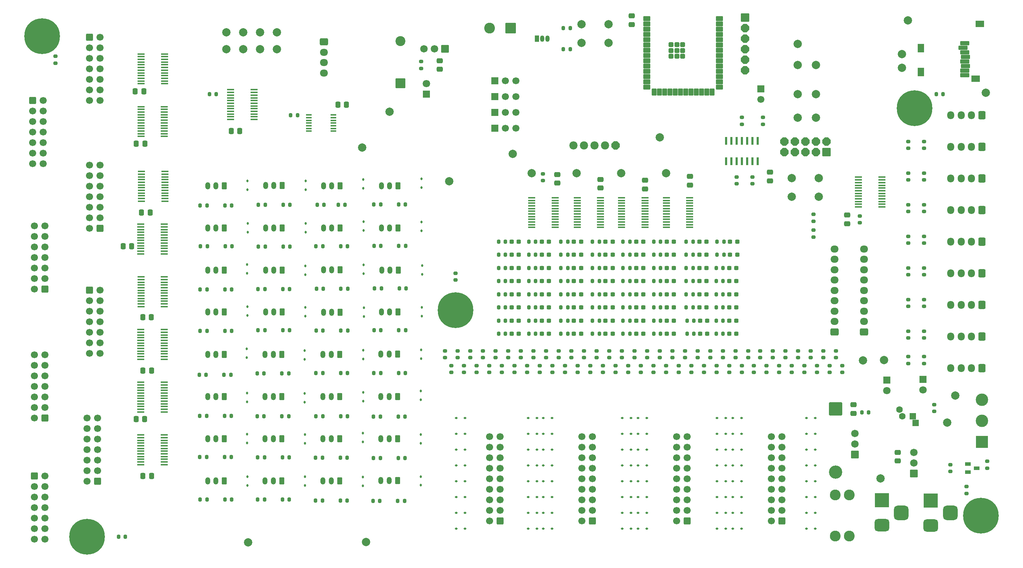
<source format=gbr>
%TF.GenerationSoftware,KiCad,Pcbnew,9.0.3*%
%TF.CreationDate,2025-09-20T15:07:24-06:00*%
%TF.ProjectId,Main Board,4d61696e-2042-46f6-9172-642e6b696361,rev?*%
%TF.SameCoordinates,Original*%
%TF.FileFunction,Soldermask,Top*%
%TF.FilePolarity,Negative*%
%FSLAX46Y46*%
G04 Gerber Fmt 4.6, Leading zero omitted, Abs format (unit mm)*
G04 Created by KiCad (PCBNEW 9.0.3) date 2025-09-20 15:07:24*
%MOMM*%
%LPD*%
G01*
G04 APERTURE LIST*
G04 Aperture macros list*
%AMRoundRect*
0 Rectangle with rounded corners*
0 $1 Rounding radius*
0 $2 $3 $4 $5 $6 $7 $8 $9 X,Y pos of 4 corners*
0 Add a 4 corners polygon primitive as box body*
4,1,4,$2,$3,$4,$5,$6,$7,$8,$9,$2,$3,0*
0 Add four circle primitives for the rounded corners*
1,1,$1+$1,$2,$3*
1,1,$1+$1,$4,$5*
1,1,$1+$1,$6,$7*
1,1,$1+$1,$8,$9*
0 Add four rect primitives between the rounded corners*
20,1,$1+$1,$2,$3,$4,$5,0*
20,1,$1+$1,$4,$5,$6,$7,0*
20,1,$1+$1,$6,$7,$8,$9,0*
20,1,$1+$1,$8,$9,$2,$3,0*%
%AMFreePoly0*
4,1,25,0.427955,0.971196,0.440078,0.960842,0.960842,0.440078,0.989349,0.384130,0.990600,0.368236,0.990600,-0.368236,0.971196,-0.427955,0.960842,-0.440078,0.440078,-0.960842,0.384130,-0.989349,0.368236,-0.990600,-0.368236,-0.990600,-0.427955,-0.971196,-0.440078,-0.960842,-0.960842,-0.440078,-0.989349,-0.384130,-0.990600,-0.368236,-0.990600,0.368236,-0.971196,0.427955,-0.960842,0.440078,
-0.440078,0.960842,-0.384130,0.989349,-0.368236,0.990600,0.368236,0.990600,0.427955,0.971196,0.427955,0.971196,$1*%
G04 Aperture macros list end*
%ADD10RoundRect,0.200000X-0.200000X-0.275000X0.200000X-0.275000X0.200000X0.275000X-0.200000X0.275000X0*%
%ADD11RoundRect,0.237500X-0.300000X-0.237500X0.300000X-0.237500X0.300000X0.237500X-0.300000X0.237500X0*%
%ADD12RoundRect,0.250000X0.350000X0.625000X-0.350000X0.625000X-0.350000X-0.625000X0.350000X-0.625000X0*%
%ADD13O,1.200000X1.750000*%
%ADD14RoundRect,0.112500X0.112500X-0.187500X0.112500X0.187500X-0.112500X0.187500X-0.112500X-0.187500X0*%
%ADD15RoundRect,0.112500X0.187500X0.112500X-0.187500X0.112500X-0.187500X-0.112500X0.187500X-0.112500X0*%
%ADD16C,2.000000*%
%ADD17RoundRect,0.200000X0.275000X-0.200000X0.275000X0.200000X-0.275000X0.200000X-0.275000X-0.200000X0*%
%ADD18RoundRect,0.200000X0.200000X0.275000X-0.200000X0.275000X-0.200000X-0.275000X0.200000X-0.275000X0*%
%ADD19RoundRect,0.200000X-0.275000X0.200000X-0.275000X-0.200000X0.275000X-0.200000X0.275000X0.200000X0*%
%ADD20RoundRect,0.250000X-0.475000X0.337500X-0.475000X-0.337500X0.475000X-0.337500X0.475000X0.337500X0*%
%ADD21RoundRect,0.250000X0.550000X0.550000X-0.550000X0.550000X-0.550000X-0.550000X0.550000X-0.550000X0*%
%ADD22C,1.600000*%
%ADD23RoundRect,0.250000X0.600000X0.600000X-0.600000X0.600000X-0.600000X-0.600000X0.600000X-0.600000X0*%
%ADD24C,1.700000*%
%ADD25RoundRect,0.102000X0.802500X0.802500X-0.802500X0.802500X-0.802500X-0.802500X0.802500X-0.802500X0*%
%ADD26C,1.809000*%
%ADD27R,1.676400X0.355600*%
%ADD28R,3.000000X3.000000*%
%ADD29C,3.000000*%
%ADD30RoundRect,0.100500X-0.616500X-0.301500X0.616500X-0.301500X0.616500X0.301500X-0.616500X0.301500X0*%
%ADD31RoundRect,0.112500X-0.187500X-0.112500X0.187500X-0.112500X0.187500X0.112500X-0.187500X0.112500X0*%
%ADD32R,1.409700X0.355600*%
%ADD33FreePoly0,270.000000*%
%ADD34RoundRect,0.101600X-0.889000X0.889000X-0.889000X-0.889000X0.889000X-0.889000X0.889000X0.889000X0*%
%ADD35R,1.800000X1.800000*%
%ADD36C,1.800000*%
%ADD37RoundRect,0.250000X0.600000X0.725000X-0.600000X0.725000X-0.600000X-0.725000X0.600000X-0.725000X0*%
%ADD38O,1.700000X1.950000*%
%ADD39RoundRect,0.250000X-1.350000X1.350000X-1.350000X-1.350000X1.350000X-1.350000X1.350000X1.350000X0*%
%ADD40C,3.200000*%
%ADD41RoundRect,0.250000X0.725000X-0.600000X0.725000X0.600000X-0.725000X0.600000X-0.725000X-0.600000X0*%
%ADD42O,1.950000X1.700000*%
%ADD43RoundRect,0.250000X0.337500X0.475000X-0.337500X0.475000X-0.337500X-0.475000X0.337500X-0.475000X0*%
%ADD44RoundRect,0.250000X0.475000X-0.337500X0.475000X0.337500X-0.475000X0.337500X-0.475000X-0.337500X0*%
%ADD45RoundRect,0.250000X-0.600000X-0.600000X0.600000X-0.600000X0.600000X0.600000X-0.600000X0.600000X0*%
%ADD46R,1.700000X1.700000*%
%ADD47R,3.500000X3.500000*%
%ADD48RoundRect,0.750000X1.000000X-0.750000X1.000000X0.750000X-1.000000X0.750000X-1.000000X-0.750000X0*%
%ADD49RoundRect,0.875000X0.875000X-0.875000X0.875000X0.875000X-0.875000X0.875000X-0.875000X-0.875000X0*%
%ADD50RoundRect,0.250000X1.050000X1.050000X-1.050000X1.050000X-1.050000X-1.050000X1.050000X-1.050000X0*%
%ADD51C,2.600000*%
%ADD52R,0.558800X1.981200*%
%ADD53C,8.600000*%
%ADD54RoundRect,0.102000X0.802500X-0.802500X0.802500X0.802500X-0.802500X0.802500X-0.802500X-0.802500X0*%
%ADD55C,2.604000*%
%ADD56R,1.050000X1.500000*%
%ADD57O,1.050000X1.500000*%
%ADD58RoundRect,0.250000X-0.725000X0.600000X-0.725000X-0.600000X0.725000X-0.600000X0.725000X0.600000X0*%
%ADD59RoundRect,0.250001X0.949999X-0.949999X0.949999X0.949999X-0.949999X0.949999X-0.949999X-0.949999X0*%
%ADD60C,2.400000*%
%ADD61C,1.981200*%
%ADD62FreePoly0,180.000000*%
%ADD63RoundRect,0.101600X0.889000X0.889000X-0.889000X0.889000X-0.889000X-0.889000X0.889000X-0.889000X0*%
%ADD64RoundRect,0.250000X-0.337500X-0.475000X0.337500X-0.475000X0.337500X0.475000X-0.337500X0.475000X0*%
%ADD65RoundRect,0.102000X-0.750000X-0.450000X0.750000X-0.450000X0.750000X0.450000X-0.750000X0.450000X0*%
%ADD66RoundRect,0.102000X-0.450000X-0.750000X0.450000X-0.750000X0.450000X0.750000X-0.450000X0.750000X0*%
%ADD67RoundRect,0.102000X-0.450000X-0.450000X0.450000X-0.450000X0.450000X0.450000X-0.450000X0.450000X0*%
%ADD68RoundRect,0.102000X1.000000X-0.400000X1.000000X0.400000X-1.000000X0.400000X-1.000000X-0.400000X0*%
%ADD69RoundRect,0.102000X0.700000X-0.900000X0.700000X0.900000X-0.700000X0.900000X-0.700000X-0.900000X0*%
%ADD70RoundRect,0.102000X0.950000X-0.700000X0.950000X0.700000X-0.950000X0.700000X-0.950000X-0.700000X0*%
G04 APERTURE END LIST*
D10*
%TO.C,R16*%
X109540000Y-88815000D03*
X111190000Y-88815000D03*
%TD*%
D11*
%TO.C,C34*%
X150712500Y-83820000D03*
X152437500Y-83820000D03*
%TD*%
%TO.C,C66*%
X180747500Y-90170000D03*
X182472500Y-90170000D03*
%TD*%
D12*
%TO.C,J19*%
X109315000Y-94530000D03*
D13*
X107315000Y-94530000D03*
X105315000Y-94530000D03*
%TD*%
D10*
%TO.C,R74*%
X200280000Y-77470000D03*
X201930000Y-77470000D03*
%TD*%
D12*
%TO.C,J16*%
X123285000Y-74210000D03*
D13*
X121285000Y-74210000D03*
X119285000Y-74210000D03*
%TD*%
D12*
%TO.C,J23*%
X81375000Y-94445000D03*
D13*
X79375000Y-94445000D03*
X77375000Y-94445000D03*
%TD*%
D14*
%TO.C,D87*%
X86995000Y-136220000D03*
X86995000Y-134120000D03*
%TD*%
D10*
%TO.C,R34*%
X109475000Y-109135000D03*
X111125000Y-109135000D03*
%TD*%
%TO.C,R4*%
X123445000Y-68495000D03*
X125095000Y-68495000D03*
%TD*%
D15*
%TO.C,D53*%
X160435000Y-139065000D03*
X158335000Y-139065000D03*
%TD*%
D16*
%TO.C,TP14*%
X186436000Y-52324000D03*
%TD*%
%TO.C,TP9*%
X219710000Y-41910000D03*
%TD*%
D17*
%TO.C,R201*%
X165100000Y-105473000D03*
X165100000Y-103823000D03*
%TD*%
D15*
%TO.C,D37*%
X160435000Y-146685000D03*
X158335000Y-146685000D03*
%TD*%
D10*
%TO.C,R64*%
X81345000Y-109560000D03*
X82995000Y-109560000D03*
%TD*%
D17*
%TO.C,R160*%
X204978000Y-63549800D03*
X204978000Y-61899800D03*
%TD*%
D18*
%TO.C,R3*%
X105473000Y-68580000D03*
X103823000Y-68580000D03*
%TD*%
D14*
%TO.C,D89*%
X128810000Y-136210000D03*
X128810000Y-134110000D03*
%TD*%
%TO.C,D81*%
X86805000Y-105400000D03*
X86805000Y-103300000D03*
%TD*%
D11*
%TO.C,C19*%
X196177500Y-99695000D03*
X197902500Y-99695000D03*
%TD*%
D19*
%TO.C,R161*%
X211328000Y-47549800D03*
X211328000Y-49199800D03*
%TD*%
D20*
%TO.C,C83*%
X161747200Y-61294100D03*
X161747200Y-63369100D03*
%TD*%
D12*
%TO.C,J40*%
X109220000Y-125010000D03*
D13*
X107220000Y-125010000D03*
X105220000Y-125010000D03*
%TD*%
D17*
%TO.C,R136*%
X234696000Y-72961000D03*
X234696000Y-71311000D03*
%TD*%
%TO.C,R171*%
X183388000Y-105473000D03*
X183388000Y-103823000D03*
%TD*%
D12*
%TO.C,J38*%
X109220000Y-135170000D03*
D13*
X107220000Y-135170000D03*
X105220000Y-135170000D03*
%TD*%
D15*
%TO.C,D45*%
X160435000Y-142875000D03*
X158335000Y-142875000D03*
%TD*%
D16*
%TO.C,TP27*%
X235458000Y-106146600D03*
%TD*%
D21*
%TO.C,C80*%
X248143137Y-121157800D03*
X247472200Y-119557800D03*
D22*
X244972200Y-119557800D03*
X244301263Y-117957800D03*
%TD*%
D18*
%TO.C,R35*%
X105155000Y-109135000D03*
X103505000Y-109135000D03*
%TD*%
D15*
%TO.C,D60*%
X183295000Y-131445000D03*
X181195000Y-131445000D03*
%TD*%
D10*
%TO.C,R69*%
X192850000Y-86995000D03*
X194500000Y-86995000D03*
%TD*%
D17*
%TO.C,R193*%
X163576000Y-109029000D03*
X163576000Y-107379000D03*
%TD*%
D16*
%TO.C,SW2*%
X167565000Y-25055000D03*
X174065000Y-25055000D03*
X167565000Y-29555000D03*
X174065000Y-29555000D03*
%TD*%
D20*
%TO.C,C85*%
X172161200Y-62487900D03*
X172161200Y-64562900D03*
%TD*%
D23*
%TO.C,J47*%
X170180000Y-144780000D03*
D24*
X167640000Y-144780000D03*
X170180000Y-142240000D03*
X167640000Y-142240000D03*
X170180000Y-139700000D03*
X167640000Y-139700000D03*
X170180000Y-137160000D03*
X167640000Y-137160000D03*
X170180000Y-134620000D03*
X167640000Y-134620000D03*
X170180000Y-132080000D03*
X167640000Y-132080000D03*
X170180000Y-129540000D03*
X167640000Y-129540000D03*
X170180000Y-127000000D03*
X167640000Y-127000000D03*
X170180000Y-124460000D03*
X167640000Y-124460000D03*
%TD*%
D10*
%TO.C,R127*%
X154840000Y-96520000D03*
X156490000Y-96520000D03*
%TD*%
D16*
%TO.C,TP15*%
X244906800Y-35610800D03*
%TD*%
D11*
%TO.C,C78*%
X180747500Y-99695000D03*
X182472500Y-99695000D03*
%TD*%
D18*
%TO.C,R29*%
X91280000Y-78670000D03*
X89630000Y-78670000D03*
%TD*%
D11*
%TO.C,C50*%
X180747500Y-77470000D03*
X182472500Y-77470000D03*
%TD*%
D12*
%TO.C,J32*%
X95250000Y-114850000D03*
D13*
X93250000Y-114850000D03*
X91250000Y-114850000D03*
%TD*%
D17*
%TO.C,R185*%
X162052000Y-105473000D03*
X162052000Y-103823000D03*
%TD*%
D10*
%TO.C,R66*%
X163195000Y-31115000D03*
X164845000Y-31115000D03*
%TD*%
D16*
%TO.C,TP1*%
X94065000Y-31115000D03*
%TD*%
D25*
%TO.C,PS1*%
X134620000Y-30985000D03*
D26*
X132080000Y-30985000D03*
X129540000Y-30985000D03*
%TD*%
D27*
%TO.C,U4*%
X66944400Y-52114999D03*
X66944400Y-51465000D03*
X66944400Y-50815002D03*
X66944400Y-50165001D03*
X66944400Y-49515002D03*
X66944400Y-48865001D03*
X66944400Y-48215002D03*
X66944400Y-47565001D03*
X66944400Y-46915002D03*
X66944400Y-46265001D03*
X66944400Y-45615002D03*
X66944400Y-44965001D03*
X61305600Y-44965001D03*
X61305600Y-45615000D03*
X61305600Y-46265001D03*
X61305600Y-46914999D03*
X61305600Y-47565001D03*
X61305600Y-48214999D03*
X61305600Y-48864998D03*
X61305600Y-49514999D03*
X61305600Y-50164998D03*
X61305600Y-50814999D03*
X61305600Y-51464998D03*
X61305600Y-52114999D03*
%TD*%
D17*
%TO.C,R82*%
X219837000Y-105473000D03*
X219837000Y-103823000D03*
%TD*%
D10*
%TO.C,R20*%
X81535000Y-98960000D03*
X83185000Y-98960000D03*
%TD*%
D11*
%TO.C,C45*%
X157977500Y-93345000D03*
X159702500Y-93345000D03*
%TD*%
D17*
%TO.C,R177*%
X160528000Y-109029000D03*
X160528000Y-107379000D03*
%TD*%
%TO.C,R81*%
X218313000Y-109029000D03*
X218313000Y-107379000D03*
%TD*%
%TO.C,R147*%
X250190000Y-100710000D03*
X250190000Y-99060000D03*
%TD*%
D10*
%TO.C,R48*%
X123255000Y-139955000D03*
X124905000Y-139955000D03*
%TD*%
%TO.C,R116*%
X154840000Y-80645000D03*
X156490000Y-80645000D03*
%TD*%
D12*
%TO.C,J33*%
X81375000Y-125010000D03*
D13*
X79375000Y-125010000D03*
X77375000Y-125010000D03*
%TD*%
D11*
%TO.C,C48*%
X165735000Y-77470000D03*
X167460000Y-77470000D03*
%TD*%
D17*
%TO.C,R219*%
X192532000Y-105473000D03*
X192532000Y-103823000D03*
%TD*%
D10*
%TO.C,R112*%
X147575000Y-99695000D03*
X149225000Y-99695000D03*
%TD*%
D16*
%TO.C,TP20*%
X224155000Y-47625000D03*
%TD*%
D28*
%TO.C,J88*%
X264160000Y-125730000D03*
D29*
X264160000Y-120650000D03*
X264160000Y-115570000D03*
%TD*%
D17*
%TO.C,R129*%
X155956000Y-105473000D03*
X155956000Y-103823000D03*
%TD*%
D12*
%TO.C,J34*%
X95250000Y-125010000D03*
D13*
X93250000Y-125010000D03*
X91250000Y-125010000D03*
%TD*%
D17*
%TO.C,R178*%
X172720000Y-109029000D03*
X172720000Y-107379000D03*
%TD*%
D30*
%TO.C,Q1*%
X260770000Y-131130000D03*
X260770000Y-133030000D03*
X262890000Y-132080000D03*
%TD*%
D31*
%TO.C,D29*%
X154745000Y-135255000D03*
X156845000Y-135255000D03*
%TD*%
D14*
%TO.C,D88*%
X100870000Y-136220000D03*
X100870000Y-134120000D03*
%TD*%
D10*
%TO.C,R182*%
X170217500Y-83820000D03*
X171867500Y-83820000D03*
%TD*%
%TO.C,R89*%
X192850000Y-80645000D03*
X194500000Y-80645000D03*
%TD*%
D32*
%TO.C,U19*%
X101822250Y-46944999D03*
X101822250Y-47595000D03*
X101822250Y-48245001D03*
X101822250Y-48895000D03*
X101822250Y-49544999D03*
X101822250Y-50195000D03*
X101822250Y-50844999D03*
X107727750Y-50845001D03*
X107727750Y-50195000D03*
X107727750Y-49545001D03*
X107727750Y-48895000D03*
X107727750Y-48245001D03*
X107727750Y-47595000D03*
X107727750Y-46945001D03*
%TD*%
D10*
%TO.C,R68*%
X192850000Y-83820000D03*
X194500000Y-83820000D03*
%TD*%
D11*
%TO.C,C67*%
X188140000Y-90170000D03*
X189865000Y-90170000D03*
%TD*%
D17*
%TO.C,R114*%
X145288000Y-109029000D03*
X145288000Y-107379000D03*
%TD*%
D10*
%TO.C,R54*%
X95410000Y-129455000D03*
X97060000Y-129455000D03*
%TD*%
D18*
%TO.C,R133*%
X164845000Y-26035000D03*
X163195000Y-26035000D03*
%TD*%
D11*
%TO.C,C55*%
X188140000Y-80645000D03*
X189865000Y-80645000D03*
%TD*%
D18*
%TO.C,R41*%
X119030000Y-119620000D03*
X117380000Y-119620000D03*
%TD*%
D14*
%TO.C,D93*%
X128810000Y-115595000D03*
X128810000Y-113495000D03*
%TD*%
D33*
%TO.C,J1*%
X207010000Y-26035000D03*
D34*
X207010000Y-23495000D03*
D33*
X207010000Y-36195000D03*
X207010000Y-33655000D03*
X207010000Y-31115000D03*
X207010000Y-28575000D03*
%TD*%
D17*
%TO.C,R113*%
X143764000Y-105473000D03*
X143764000Y-103823000D03*
%TD*%
D14*
%TO.C,D75*%
X100965000Y-85435000D03*
X100965000Y-83335000D03*
%TD*%
D11*
%TO.C,C56*%
X165735000Y-83820000D03*
X167460000Y-83820000D03*
%TD*%
D18*
%TO.C,R47*%
X105060000Y-139910000D03*
X103410000Y-139910000D03*
%TD*%
D16*
%TO.C,TP5*%
X85965000Y-31115000D03*
%TD*%
D11*
%TO.C,C70*%
X180747500Y-93345000D03*
X182472500Y-93345000D03*
%TD*%
D16*
%TO.C,TP13*%
X224155000Y-41910000D03*
%TD*%
D11*
%TO.C,C65*%
X173355000Y-90170000D03*
X175080000Y-90170000D03*
%TD*%
D18*
%TO.C,R37*%
X119125000Y-109135000D03*
X117475000Y-109135000D03*
%TD*%
D17*
%TO.C,R211*%
X191008000Y-109029000D03*
X191008000Y-107379000D03*
%TD*%
D31*
%TO.C,D24*%
X154745000Y-123825000D03*
X156845000Y-123825000D03*
%TD*%
D12*
%TO.C,J25*%
X81375000Y-64050000D03*
D13*
X79375000Y-64050000D03*
X77375000Y-64050000D03*
%TD*%
D35*
%TO.C,D97*%
X249936000Y-110713600D03*
D36*
X249936000Y-113253600D03*
%TD*%
D35*
%TO.C,D98*%
X130175000Y-41915000D03*
D36*
X130175000Y-39375000D03*
%TD*%
D18*
%TO.C,R59*%
X90995000Y-119605000D03*
X89345000Y-119605000D03*
%TD*%
D11*
%TO.C,C79*%
X188140000Y-99695000D03*
X189865000Y-99695000D03*
%TD*%
D16*
%TO.C,TP22*%
X155575000Y-60960000D03*
%TD*%
D11*
%TO.C,C28*%
X203227500Y-90170000D03*
X204952500Y-90170000D03*
%TD*%
D17*
%TO.C,R94*%
X227457000Y-109029000D03*
X227457000Y-107379000D03*
%TD*%
%TO.C,R172*%
X195580000Y-105473000D03*
X195580000Y-103823000D03*
%TD*%
%TO.C,R217*%
X168148000Y-105473000D03*
X168148000Y-103823000D03*
%TD*%
%TO.C,R140*%
X246380000Y-62610000D03*
X246380000Y-60960000D03*
%TD*%
D27*
%TO.C,U3*%
X66953800Y-39414999D03*
X66953800Y-38765000D03*
X66953800Y-38115002D03*
X66953800Y-37465001D03*
X66953800Y-36815002D03*
X66953800Y-36165001D03*
X66953800Y-35515002D03*
X66953800Y-34865001D03*
X66953800Y-34215002D03*
X66953800Y-33565001D03*
X66953800Y-32915002D03*
X66953800Y-32265001D03*
X61315000Y-32265001D03*
X61315000Y-32915000D03*
X61315000Y-33565001D03*
X61315000Y-34214999D03*
X61315000Y-34865001D03*
X61315000Y-35514999D03*
X61315000Y-36164998D03*
X61315000Y-36814999D03*
X61315000Y-37464998D03*
X61315000Y-38114999D03*
X61315000Y-38764998D03*
X61315000Y-39414999D03*
%TD*%
D37*
%TO.C,J95*%
X264160000Y-107950000D03*
D38*
X261660000Y-107950000D03*
X259160000Y-107950000D03*
X256660000Y-107950000D03*
%TD*%
D39*
%TO.C,D101*%
X228900000Y-117780000D03*
D40*
X228900000Y-133020000D03*
%TD*%
D37*
%TO.C,J85*%
X264160000Y-69850000D03*
D38*
X261660000Y-69850000D03*
X259160000Y-69850000D03*
X256660000Y-69850000D03*
%TD*%
D15*
%TO.C,D47*%
X183295000Y-142875000D03*
X181195000Y-142875000D03*
%TD*%
D18*
%TO.C,R39*%
X105155000Y-119535000D03*
X103505000Y-119535000D03*
%TD*%
D11*
%TO.C,C25*%
X203227500Y-83820000D03*
X204952500Y-83820000D03*
%TD*%
D41*
%TO.C,J98*%
X235712000Y-99248000D03*
D42*
X235712000Y-96748000D03*
X235712000Y-94248000D03*
X235712000Y-91748000D03*
X235712000Y-89248000D03*
X235712000Y-86748000D03*
X235712000Y-84248000D03*
X235712000Y-81748000D03*
X235712000Y-79248000D03*
%TD*%
D14*
%TO.C,D92*%
X114840000Y-125735000D03*
X114840000Y-123635000D03*
%TD*%
%TO.C,D73*%
X100965000Y-95425000D03*
X100965000Y-93325000D03*
%TD*%
D16*
%TO.C,TP28*%
X115570000Y-149910800D03*
%TD*%
D17*
%TO.C,R188*%
X198628000Y-105473000D03*
X198628000Y-103823000D03*
%TD*%
%TO.C,R105*%
X137668000Y-105473000D03*
X137668000Y-103823000D03*
%TD*%
D31*
%TO.C,D56*%
X200245000Y-127635000D03*
X202345000Y-127635000D03*
%TD*%
D43*
%TO.C,C9*%
X63858900Y-108606450D03*
X61783900Y-108606450D03*
%TD*%
D14*
%TO.C,D70*%
X115095000Y-95510000D03*
X115095000Y-93410000D03*
%TD*%
D10*
%TO.C,R6*%
X109475000Y-78585000D03*
X111125000Y-78585000D03*
%TD*%
%TO.C,R128*%
X154840000Y-99695000D03*
X156490000Y-99695000D03*
%TD*%
D27*
%TO.C,U5*%
X67081400Y-67731449D03*
X67081400Y-67081450D03*
X67081400Y-66431452D03*
X67081400Y-65781451D03*
X67081400Y-65131452D03*
X67081400Y-64481451D03*
X67081400Y-63831452D03*
X67081400Y-63181451D03*
X67081400Y-62531452D03*
X67081400Y-61881451D03*
X67081400Y-61231452D03*
X67081400Y-60581451D03*
X61442600Y-60581451D03*
X61442600Y-61231450D03*
X61442600Y-61881451D03*
X61442600Y-62531449D03*
X61442600Y-63181451D03*
X61442600Y-63831449D03*
X61442600Y-64481448D03*
X61442600Y-65131449D03*
X61442600Y-65781448D03*
X61442600Y-66431449D03*
X61442600Y-67081448D03*
X61442600Y-67731449D03*
%TD*%
D18*
%TO.C,R25*%
X77215000Y-89040000D03*
X75565000Y-89040000D03*
%TD*%
D10*
%TO.C,R197*%
X162597500Y-90170000D03*
X164247500Y-90170000D03*
%TD*%
D17*
%TO.C,R226*%
X181864000Y-109029000D03*
X181864000Y-107379000D03*
%TD*%
%TO.C,R138*%
X246380000Y-54990000D03*
X246380000Y-53340000D03*
%TD*%
D14*
%TO.C,D86*%
X100870000Y-126060000D03*
X100870000Y-123960000D03*
%TD*%
%TO.C,D84*%
X100775000Y-116210000D03*
X100775000Y-114110000D03*
%TD*%
D15*
%TO.C,D31*%
X139480000Y-135255000D03*
X137380000Y-135255000D03*
%TD*%
D10*
%TO.C,R198*%
X170217500Y-90170000D03*
X171867500Y-90170000D03*
%TD*%
D15*
%TO.C,D6*%
X206155000Y-139065000D03*
X204055000Y-139065000D03*
%TD*%
D10*
%TO.C,R36*%
X123445000Y-109135000D03*
X125095000Y-109135000D03*
%TD*%
D11*
%TO.C,C24*%
X203417500Y-80645000D03*
X205142500Y-80645000D03*
%TD*%
D31*
%TO.C,D64*%
X200245000Y-131445000D03*
X202345000Y-131445000D03*
%TD*%
D16*
%TO.C,TP3*%
X90015000Y-31115000D03*
%TD*%
D14*
%TO.C,D83*%
X86900000Y-116125000D03*
X86900000Y-114025000D03*
%TD*%
D17*
%TO.C,R92*%
X225933000Y-105473000D03*
X225933000Y-103823000D03*
%TD*%
%TO.C,R148*%
X246380000Y-100710000D03*
X246380000Y-99060000D03*
%TD*%
D31*
%TO.C,D20*%
X154745000Y-120015000D03*
X156845000Y-120015000D03*
%TD*%
D11*
%TO.C,C13*%
X195987500Y-77470000D03*
X197712500Y-77470000D03*
%TD*%
D18*
%TO.C,R11*%
X119190000Y-98820000D03*
X117540000Y-98820000D03*
%TD*%
D35*
%TO.C,D99*%
X241198400Y-110891400D03*
D36*
X241198400Y-113431400D03*
%TD*%
D10*
%TO.C,R165*%
X162597500Y-77470000D03*
X164247500Y-77470000D03*
%TD*%
D15*
%TO.C,D19*%
X139480000Y-146685000D03*
X137380000Y-146685000D03*
%TD*%
D31*
%TO.C,D62*%
X177385000Y-131445000D03*
X179485000Y-131445000D03*
%TD*%
D11*
%TO.C,C47*%
X157977500Y-99695000D03*
X159702500Y-99695000D03*
%TD*%
D14*
%TO.C,D67*%
X115000000Y-74780000D03*
X115000000Y-72680000D03*
%TD*%
D44*
%TO.C,C3*%
X179705000Y-25167500D03*
X179705000Y-23092500D03*
%TD*%
D11*
%TO.C,C26*%
X203227500Y-86995000D03*
X204952500Y-86995000D03*
%TD*%
D19*
%TO.C,R130*%
X223520000Y-70930000D03*
X223520000Y-72580000D03*
%TD*%
D14*
%TO.C,D76*%
X86900000Y-85140000D03*
X86900000Y-83040000D03*
%TD*%
D12*
%TO.C,J15*%
X109315000Y-74210000D03*
D13*
X107315000Y-74210000D03*
X105315000Y-74210000D03*
%TD*%
D10*
%TO.C,R111*%
X147575000Y-96520000D03*
X149225000Y-96520000D03*
%TD*%
D15*
%TO.C,D8*%
X206155000Y-135255000D03*
X204055000Y-135255000D03*
%TD*%
D45*
%TO.C,J12*%
X35560000Y-133985000D03*
D24*
X38100000Y-133985000D03*
X35560000Y-136525000D03*
X38100000Y-136525000D03*
X35560000Y-139065000D03*
X38100000Y-139065000D03*
X35560000Y-141605000D03*
X38100000Y-141605000D03*
X35560000Y-144145000D03*
X38100000Y-144145000D03*
X35560000Y-146685000D03*
X38100000Y-146685000D03*
X35560000Y-149225000D03*
X38100000Y-149225000D03*
%TD*%
D31*
%TO.C,D46*%
X177385000Y-123825000D03*
X179485000Y-123825000D03*
%TD*%
%TO.C,D5*%
X221835000Y-139065000D03*
X223935000Y-139065000D03*
%TD*%
D11*
%TO.C,C41*%
X157977500Y-80645000D03*
X159702500Y-80645000D03*
%TD*%
D17*
%TO.C,R155*%
X260451600Y-138188200D03*
X260451600Y-136538200D03*
%TD*%
D15*
%TO.C,D18*%
X139480000Y-120015000D03*
X137380000Y-120015000D03*
%TD*%
D11*
%TO.C,C73*%
X173355000Y-96520000D03*
X175080000Y-96520000D03*
%TD*%
D17*
%TO.C,R151*%
X250190000Y-106870000D03*
X250190000Y-105220000D03*
%TD*%
D16*
%TO.C,TP21*%
X187960000Y-60960000D03*
%TD*%
D12*
%TO.C,J31*%
X81375000Y-114850000D03*
D13*
X79375000Y-114850000D03*
X77375000Y-114850000D03*
%TD*%
D14*
%TO.C,D66*%
X128970000Y-64480000D03*
X128970000Y-62380000D03*
%TD*%
D10*
%TO.C,R115*%
X154840000Y-77470000D03*
X156490000Y-77470000D03*
%TD*%
D31*
%TO.C,D40*%
X200245000Y-120015000D03*
X202345000Y-120015000D03*
%TD*%
D14*
%TO.C,D82*%
X100775000Y-105825000D03*
X100775000Y-103725000D03*
%TD*%
%TO.C,D72*%
X115000000Y-85180000D03*
X115000000Y-83080000D03*
%TD*%
D31*
%TO.C,D25*%
X154745000Y-139065000D03*
X156845000Y-139065000D03*
%TD*%
D15*
%TO.C,D30*%
X139480000Y-131445000D03*
X137380000Y-131445000D03*
%TD*%
D16*
%TO.C,TP31*%
X239725200Y-134569200D03*
%TD*%
D10*
%TO.C,R70*%
X192850000Y-90170000D03*
X194500000Y-90170000D03*
%TD*%
D15*
%TO.C,D36*%
X183295000Y-120015000D03*
X181195000Y-120015000D03*
%TD*%
D16*
%TO.C,TP17*%
X244856000Y-32308800D03*
%TD*%
D43*
%TO.C,C5*%
X62251500Y-53848000D03*
X60176500Y-53848000D03*
%TD*%
D17*
%TO.C,R86*%
X222885000Y-105473000D03*
X222885000Y-103823000D03*
%TD*%
D10*
%TO.C,R87*%
X200090000Y-86995000D03*
X201740000Y-86995000D03*
%TD*%
D18*
%TO.C,R23*%
X91185000Y-88955000D03*
X89535000Y-88955000D03*
%TD*%
D46*
%TO.C,J89*%
X146685000Y-46355000D03*
D24*
X149225000Y-46355000D03*
X151765000Y-46355000D03*
%TD*%
D41*
%TO.C,J97*%
X228600000Y-99248000D03*
D42*
X228600000Y-96748000D03*
X228600000Y-94248000D03*
X228600000Y-91748000D03*
X228600000Y-89248000D03*
X228600000Y-86748000D03*
X228600000Y-84248000D03*
X228600000Y-81748000D03*
X228600000Y-79248000D03*
%TD*%
D15*
%TO.C,D9*%
X206155000Y-120015000D03*
X204055000Y-120015000D03*
%TD*%
D11*
%TO.C,C35*%
X150712500Y-86995000D03*
X152437500Y-86995000D03*
%TD*%
D17*
%TO.C,R145*%
X250190000Y-77850000D03*
X250190000Y-76200000D03*
%TD*%
D11*
%TO.C,C14*%
X195987500Y-83820000D03*
X197712500Y-83820000D03*
%TD*%
D46*
%TO.C,J90*%
X146685000Y-50165000D03*
D24*
X149225000Y-50165000D03*
X151765000Y-50165000D03*
%TD*%
D14*
%TO.C,D65*%
X114905000Y-64620000D03*
X114905000Y-62520000D03*
%TD*%
D17*
%TO.C,R146*%
X246380000Y-77850000D03*
X246380000Y-76200000D03*
%TD*%
D11*
%TO.C,C77*%
X173355000Y-99695000D03*
X175080000Y-99695000D03*
%TD*%
D17*
%TO.C,R110*%
X142240000Y-109029000D03*
X142240000Y-107379000D03*
%TD*%
D16*
%TO.C,TP6*%
X85965000Y-27065000D03*
%TD*%
D14*
%TO.C,D80*%
X86995000Y-64945000D03*
X86995000Y-62845000D03*
%TD*%
D20*
%TO.C,C22*%
X231648000Y-71098500D03*
X231648000Y-73173500D03*
%TD*%
D10*
%TO.C,R100*%
X147575000Y-80645000D03*
X149225000Y-80645000D03*
%TD*%
%TO.C,R50*%
X95410000Y-139615000D03*
X97060000Y-139615000D03*
%TD*%
D11*
%TO.C,C68*%
X165735000Y-93345000D03*
X167460000Y-93345000D03*
%TD*%
D17*
%TO.C,R187*%
X186436000Y-105473000D03*
X186436000Y-103823000D03*
%TD*%
D10*
%TO.C,R32*%
X81535000Y-68750000D03*
X83185000Y-68750000D03*
%TD*%
D43*
%TO.C,C4*%
X61997500Y-41275000D03*
X59922500Y-41275000D03*
%TD*%
D17*
%TO.C,R195*%
X187960000Y-109029000D03*
X187960000Y-107379000D03*
%TD*%
D47*
%TO.C,J99*%
X240037700Y-139846800D03*
D48*
X240037700Y-145846800D03*
D49*
X244737700Y-142846800D03*
%TD*%
D12*
%TO.C,J37*%
X123190000Y-135085000D03*
D13*
X121190000Y-135085000D03*
X119190000Y-135085000D03*
%TD*%
D16*
%TO.C,SW1*%
X218290000Y-62175000D03*
X224790000Y-62175000D03*
X218290000Y-66675000D03*
X224790000Y-66675000D03*
%TD*%
D14*
%TO.C,D90*%
X114840000Y-136305000D03*
X114840000Y-134205000D03*
%TD*%
D16*
%TO.C,TP12*%
X219710000Y-29845000D03*
%TD*%
D17*
%TO.C,R131*%
X223520000Y-76390000D03*
X223520000Y-74740000D03*
%TD*%
D20*
%TO.C,C84*%
X182880000Y-62691100D03*
X182880000Y-64766100D03*
%TD*%
D10*
%TO.C,R215*%
X177610000Y-96520000D03*
X179260000Y-96520000D03*
%TD*%
D16*
%TO.C,TP7*%
X81915000Y-31115000D03*
%TD*%
D23*
%TO.C,J103*%
X215900000Y-144780000D03*
D24*
X213360000Y-144780000D03*
X215900000Y-142240000D03*
X213360000Y-142240000D03*
X215900000Y-139700000D03*
X213360000Y-139700000D03*
X215900000Y-137160000D03*
X213360000Y-137160000D03*
X215900000Y-134620000D03*
X213360000Y-134620000D03*
X215900000Y-132080000D03*
X213360000Y-132080000D03*
X215900000Y-129540000D03*
X213360000Y-129540000D03*
X215900000Y-127000000D03*
X213360000Y-127000000D03*
X215900000Y-124460000D03*
X213360000Y-124460000D03*
%TD*%
D10*
%TO.C,R176*%
X185002500Y-80645000D03*
X186652500Y-80645000D03*
%TD*%
D11*
%TO.C,C69*%
X173355000Y-93345000D03*
X175080000Y-93345000D03*
%TD*%
D15*
%TO.C,D55*%
X183295000Y-139065000D03*
X181195000Y-139065000D03*
%TD*%
D12*
%TO.C,J41*%
X123190000Y-114850000D03*
D13*
X121190000Y-114850000D03*
X119190000Y-114850000D03*
%TD*%
D15*
%TO.C,D50*%
X160435000Y-127635000D03*
X158335000Y-127635000D03*
%TD*%
D10*
%TO.C,R44*%
X123350000Y-129680000D03*
X125000000Y-129680000D03*
%TD*%
D31*
%TO.C,D17*%
X154745000Y-146685000D03*
X156845000Y-146685000D03*
%TD*%
D12*
%TO.C,J24*%
X95345000Y-94445000D03*
D13*
X93345000Y-94445000D03*
X91345000Y-94445000D03*
%TD*%
D46*
%TO.C,J45*%
X210820000Y-40635000D03*
D24*
X210820000Y-43175000D03*
%TD*%
D15*
%TO.C,D26*%
X139480000Y-127635000D03*
X137380000Y-127635000D03*
%TD*%
D50*
%TO.C,J102*%
X150495000Y-26035000D03*
D51*
X145415000Y-26035000D03*
%TD*%
D17*
%TO.C,R88*%
X224409000Y-109029000D03*
X224409000Y-107379000D03*
%TD*%
D31*
%TO.C,D57*%
X177385000Y-135255000D03*
X179485000Y-135255000D03*
%TD*%
D10*
%TO.C,R91*%
X200090000Y-90170000D03*
X201740000Y-90170000D03*
%TD*%
D12*
%TO.C,J17*%
X109315000Y-84285000D03*
D13*
X107315000Y-84285000D03*
X105315000Y-84285000D03*
%TD*%
D31*
%TO.C,D38*%
X177385000Y-120015000D03*
X179485000Y-120015000D03*
%TD*%
D15*
%TO.C,D34*%
X160435000Y-120015000D03*
X158335000Y-120015000D03*
%TD*%
%TO.C,D15*%
X206155000Y-131445000D03*
X204055000Y-131445000D03*
%TD*%
D37*
%TO.C,J87*%
X264160000Y-85090000D03*
D38*
X261660000Y-85090000D03*
X259160000Y-85090000D03*
X256660000Y-85090000D03*
%TD*%
D10*
%TO.C,R206*%
X170217500Y-93345000D03*
X171867500Y-93345000D03*
%TD*%
%TO.C,R99*%
X147575000Y-77470000D03*
X149225000Y-77470000D03*
%TD*%
D17*
%TO.C,R79*%
X215265000Y-109029000D03*
X215265000Y-107379000D03*
%TD*%
D18*
%TO.C,R57*%
X77120000Y-129370000D03*
X75470000Y-129370000D03*
%TD*%
D17*
%TO.C,R109*%
X140716000Y-105473000D03*
X140716000Y-103823000D03*
%TD*%
D10*
%TO.C,R207*%
X177610000Y-93345000D03*
X179260000Y-93345000D03*
%TD*%
D17*
%TO.C,R159*%
X208788000Y-63549800D03*
X208788000Y-61899800D03*
%TD*%
D47*
%TO.C,J49*%
X251841000Y-139877800D03*
D48*
X251841000Y-145877800D03*
D49*
X256541000Y-142877800D03*
%TD*%
D18*
%TO.C,R53*%
X77215000Y-139615000D03*
X75565000Y-139615000D03*
%TD*%
D20*
%TO.C,C82*%
X193700400Y-61751300D03*
X193700400Y-63826300D03*
%TD*%
D10*
%TO.C,R214*%
X170217500Y-96520000D03*
X171867500Y-96520000D03*
%TD*%
D11*
%TO.C,C53*%
X173355000Y-80645000D03*
X175080000Y-80645000D03*
%TD*%
D16*
%TO.C,TP26*%
X114655600Y-54762400D03*
%TD*%
D10*
%TO.C,R12*%
X109540000Y-98890000D03*
X111190000Y-98890000D03*
%TD*%
D17*
%TO.C,R150*%
X246380000Y-93090000D03*
X246380000Y-91440000D03*
%TD*%
D37*
%TO.C,J94*%
X264160000Y-100330000D03*
D38*
X261660000Y-100330000D03*
X259160000Y-100330000D03*
X256660000Y-100330000D03*
%TD*%
D11*
%TO.C,C60*%
X165735000Y-86995000D03*
X167460000Y-86995000D03*
%TD*%
D10*
%TO.C,R191*%
X177610000Y-86995000D03*
X179260000Y-86995000D03*
%TD*%
D17*
%TO.C,R180*%
X197104000Y-109029000D03*
X197104000Y-107379000D03*
%TD*%
D10*
%TO.C,R56*%
X81440000Y-129370000D03*
X83090000Y-129370000D03*
%TD*%
D11*
%TO.C,C51*%
X188140000Y-77470000D03*
X189865000Y-77470000D03*
%TD*%
D10*
%TO.C,R205*%
X162597500Y-93345000D03*
X164247500Y-93345000D03*
%TD*%
D17*
%TO.C,R84*%
X221361000Y-109029000D03*
X221361000Y-107379000D03*
%TD*%
D12*
%TO.C,J22*%
X95345000Y-84370000D03*
D13*
X93345000Y-84370000D03*
X91345000Y-84370000D03*
%TD*%
D10*
%TO.C,R199*%
X177610000Y-90170000D03*
X179260000Y-90170000D03*
%TD*%
D31*
%TO.C,D14*%
X221835000Y-127635000D03*
X223935000Y-127635000D03*
%TD*%
D17*
%TO.C,R170*%
X171196000Y-105473000D03*
X171196000Y-103823000D03*
%TD*%
D10*
%TO.C,R120*%
X154840000Y-86995000D03*
X156490000Y-86995000D03*
%TD*%
D16*
%TO.C,TP4*%
X90015000Y-27065000D03*
%TD*%
D17*
%TO.C,R157*%
X137160000Y-86740000D03*
X137160000Y-85090000D03*
%TD*%
D18*
%TO.C,R63*%
X90995000Y-109220000D03*
X89345000Y-109220000D03*
%TD*%
D10*
%TO.C,R213*%
X162597500Y-96520000D03*
X164247500Y-96520000D03*
%TD*%
%TO.C,R93*%
X200090000Y-93345000D03*
X201740000Y-93345000D03*
%TD*%
D17*
%TO.C,R139*%
X250190000Y-62610000D03*
X250190000Y-60960000D03*
%TD*%
D19*
%TO.C,R158*%
X158267400Y-61151000D03*
X158267400Y-62801000D03*
%TD*%
D10*
%TO.C,R189*%
X162597500Y-86995000D03*
X164247500Y-86995000D03*
%TD*%
D18*
%TO.C,R51*%
X91090000Y-139615000D03*
X89440000Y-139615000D03*
%TD*%
D11*
%TO.C,C72*%
X165735000Y-96520000D03*
X167460000Y-96520000D03*
%TD*%
D17*
%TO.C,R142*%
X246380000Y-70230000D03*
X246380000Y-68580000D03*
%TD*%
D10*
%TO.C,R42*%
X109380000Y-129540000D03*
X111030000Y-129540000D03*
%TD*%
D17*
%TO.C,R220*%
X204724000Y-105473000D03*
X204724000Y-103823000D03*
%TD*%
D31*
%TO.C,D59*%
X200245000Y-135255000D03*
X202345000Y-135255000D03*
%TD*%
D10*
%TO.C,R30*%
X95600000Y-68580000D03*
X97250000Y-68580000D03*
%TD*%
D16*
%TO.C,TP10*%
X224155000Y-34925000D03*
%TD*%
D37*
%TO.C,J4*%
X264160000Y-62230000D03*
D38*
X261660000Y-62230000D03*
X259160000Y-62230000D03*
X256660000Y-62230000D03*
%TD*%
D10*
%TO.C,R107*%
X147575000Y-90170000D03*
X149225000Y-90170000D03*
%TD*%
D11*
%TO.C,C63*%
X188140000Y-86995000D03*
X189865000Y-86995000D03*
%TD*%
D27*
%TO.C,U11*%
X155575000Y-66910001D03*
X155575000Y-67560000D03*
X155575000Y-68209998D03*
X155575000Y-68859999D03*
X155575000Y-69509998D03*
X155575000Y-70159999D03*
X155575000Y-70809998D03*
X155575000Y-71459999D03*
X155575000Y-72109998D03*
X155575000Y-72759999D03*
X155575000Y-73409998D03*
X155575000Y-74059999D03*
X161213800Y-74059999D03*
X161213800Y-73410000D03*
X161213800Y-72759999D03*
X161213800Y-72110001D03*
X161213800Y-71459999D03*
X161213800Y-70810001D03*
X161213800Y-70160002D03*
X161213800Y-69510001D03*
X161213800Y-68860002D03*
X161213800Y-68210001D03*
X161213800Y-67560002D03*
X161213800Y-66910001D03*
%TD*%
D31*
%TO.C,D21*%
X154745000Y-142875000D03*
X156845000Y-142875000D03*
%TD*%
%TO.C,D10*%
X221835000Y-120015000D03*
X223935000Y-120015000D03*
%TD*%
D37*
%TO.C,J2*%
X264160000Y-46990000D03*
D38*
X261660000Y-46990000D03*
X259160000Y-46990000D03*
X256660000Y-46990000D03*
%TD*%
D17*
%TO.C,R121*%
X149860000Y-105473000D03*
X149860000Y-103823000D03*
%TD*%
D27*
%TO.C,U12*%
X166531800Y-66910001D03*
X166531800Y-67560000D03*
X166531800Y-68209998D03*
X166531800Y-68859999D03*
X166531800Y-69509998D03*
X166531800Y-70159999D03*
X166531800Y-70809998D03*
X166531800Y-71459999D03*
X166531800Y-72109998D03*
X166531800Y-72759999D03*
X166531800Y-73409998D03*
X166531800Y-74059999D03*
X172170600Y-74059999D03*
X172170600Y-73410000D03*
X172170600Y-72759999D03*
X172170600Y-72110001D03*
X172170600Y-71459999D03*
X172170600Y-70810001D03*
X172170600Y-70160002D03*
X172170600Y-69510001D03*
X172170600Y-68860002D03*
X172170600Y-68210001D03*
X172170600Y-67560002D03*
X172170600Y-66910001D03*
%TD*%
D44*
%TO.C,C2*%
X233172000Y-118893500D03*
X233172000Y-116818500D03*
%TD*%
D18*
%TO.C,R33*%
X77215000Y-68750000D03*
X75565000Y-68750000D03*
%TD*%
D15*
%TO.C,D39*%
X183295000Y-146685000D03*
X181195000Y-146685000D03*
%TD*%
%TO.C,D58*%
X160435000Y-131445000D03*
X158335000Y-131445000D03*
%TD*%
D10*
%TO.C,R38*%
X109475000Y-119535000D03*
X111125000Y-119535000D03*
%TD*%
D16*
%TO.C,TP29*%
X87172800Y-149961600D03*
%TD*%
D10*
%TO.C,R119*%
X154840000Y-83820000D03*
X156490000Y-83820000D03*
%TD*%
D14*
%TO.C,D85*%
X86900000Y-125975000D03*
X86900000Y-123875000D03*
%TD*%
D10*
%TO.C,R95*%
X200090000Y-96520000D03*
X201740000Y-96520000D03*
%TD*%
D27*
%TO.C,U2*%
X88544400Y-48024999D03*
X88544400Y-47375000D03*
X88544400Y-46725002D03*
X88544400Y-46075001D03*
X88544400Y-45425002D03*
X88544400Y-44775001D03*
X88544400Y-44125002D03*
X88544400Y-43475001D03*
X88544400Y-42825002D03*
X88544400Y-42175001D03*
X88544400Y-41525002D03*
X88544400Y-40875001D03*
X82905600Y-40875001D03*
X82905600Y-41525000D03*
X82905600Y-42175001D03*
X82905600Y-42824999D03*
X82905600Y-43475001D03*
X82905600Y-44124999D03*
X82905600Y-44774998D03*
X82905600Y-45424999D03*
X82905600Y-46074998D03*
X82905600Y-46724999D03*
X82905600Y-47374998D03*
X82905600Y-48024999D03*
%TD*%
D23*
%TO.C,J10*%
X38100000Y-120015000D03*
D24*
X35560000Y-120015000D03*
X38100000Y-117475000D03*
X35560000Y-117475000D03*
X38100000Y-114935000D03*
X35560000Y-114935000D03*
X38100000Y-112395000D03*
X35560000Y-112395000D03*
X38100000Y-109855000D03*
X35560000Y-109855000D03*
X38100000Y-107315000D03*
X35560000Y-107315000D03*
X38100000Y-104775000D03*
X35560000Y-104775000D03*
%TD*%
D15*
%TO.C,D13*%
X206155000Y-127635000D03*
X204055000Y-127635000D03*
%TD*%
D10*
%TO.C,R83*%
X200280000Y-80645000D03*
X201930000Y-80645000D03*
%TD*%
D17*
%TO.C,R98*%
X230505000Y-109029000D03*
X230505000Y-107379000D03*
%TD*%
D18*
%TO.C,R132*%
X99060000Y-46990000D03*
X97410000Y-46990000D03*
%TD*%
D52*
%TO.C,U30*%
X210058000Y-53162200D03*
X208788000Y-53162200D03*
X207518000Y-53162200D03*
X206248000Y-53162200D03*
X204978000Y-53162200D03*
X203708000Y-53162200D03*
X202438000Y-53162200D03*
X202438000Y-58089800D03*
X203708000Y-58089800D03*
X204978000Y-58089800D03*
X206248000Y-58089800D03*
X207518000Y-58089800D03*
X208788000Y-58089800D03*
X210058000Y-58089800D03*
%TD*%
D17*
%TO.C,R186*%
X174244000Y-105473000D03*
X174244000Y-103823000D03*
%TD*%
D15*
%TO.C,D63*%
X183295000Y-135255000D03*
X181195000Y-135255000D03*
%TD*%
D27*
%TO.C,U10*%
X66910800Y-131231449D03*
X66910800Y-130581450D03*
X66910800Y-129931452D03*
X66910800Y-129281451D03*
X66910800Y-128631452D03*
X66910800Y-127981451D03*
X66910800Y-127331452D03*
X66910800Y-126681451D03*
X66910800Y-126031452D03*
X66910800Y-125381451D03*
X66910800Y-124731452D03*
X66910800Y-124081451D03*
X61272000Y-124081451D03*
X61272000Y-124731450D03*
X61272000Y-125381451D03*
X61272000Y-126031449D03*
X61272000Y-126681451D03*
X61272000Y-127331449D03*
X61272000Y-127981448D03*
X61272000Y-128631449D03*
X61272000Y-129281448D03*
X61272000Y-129931449D03*
X61272000Y-130581448D03*
X61272000Y-131231449D03*
%TD*%
D16*
%TO.C,TP16*%
X246329200Y-24130000D03*
%TD*%
D53*
%TO.C,H4*%
X247904000Y-45339000D03*
%TD*%
D10*
%TO.C,R224*%
X185002500Y-99695000D03*
X186652500Y-99695000D03*
%TD*%
%TO.C,R2*%
X108905000Y-68580000D03*
X110555000Y-68580000D03*
%TD*%
D23*
%TO.C,J11*%
X50800000Y-135255000D03*
D24*
X48260000Y-135255000D03*
X50800000Y-132715000D03*
X48260000Y-132715000D03*
X50800000Y-130175000D03*
X48260000Y-130175000D03*
X50800000Y-127635000D03*
X48260000Y-127635000D03*
X50800000Y-125095000D03*
X48260000Y-125095000D03*
X50800000Y-122555000D03*
X48260000Y-122555000D03*
X50800000Y-120015000D03*
X48260000Y-120015000D03*
%TD*%
D27*
%TO.C,U6*%
X66910800Y-80431449D03*
X66910800Y-79781450D03*
X66910800Y-79131452D03*
X66910800Y-78481451D03*
X66910800Y-77831452D03*
X66910800Y-77181451D03*
X66910800Y-76531452D03*
X66910800Y-75881451D03*
X66910800Y-75231452D03*
X66910800Y-74581451D03*
X66910800Y-73931452D03*
X66910800Y-73281451D03*
X61272000Y-73281451D03*
X61272000Y-73931450D03*
X61272000Y-74581451D03*
X61272000Y-75231449D03*
X61272000Y-75881451D03*
X61272000Y-76531449D03*
X61272000Y-77181448D03*
X61272000Y-77831449D03*
X61272000Y-78481448D03*
X61272000Y-79131449D03*
X61272000Y-79781448D03*
X61272000Y-80431449D03*
%TD*%
D10*
%TO.C,R184*%
X185002500Y-83820000D03*
X186652500Y-83820000D03*
%TD*%
D11*
%TO.C,C33*%
X150712500Y-80645000D03*
X152437500Y-80645000D03*
%TD*%
D18*
%TO.C,R7*%
X105155000Y-78585000D03*
X103505000Y-78585000D03*
%TD*%
D11*
%TO.C,C16*%
X195987500Y-90170000D03*
X197712500Y-90170000D03*
%TD*%
D10*
%TO.C,R103*%
X147575000Y-83820000D03*
X149225000Y-83820000D03*
%TD*%
D17*
%TO.C,R164*%
X252628400Y-118427000D03*
X252628400Y-116777000D03*
%TD*%
D10*
%TO.C,R62*%
X95315000Y-109220000D03*
X96965000Y-109220000D03*
%TD*%
%TO.C,R24*%
X81535000Y-89040000D03*
X83185000Y-89040000D03*
%TD*%
%TO.C,R52*%
X81535000Y-139615000D03*
X83185000Y-139615000D03*
%TD*%
D17*
%TO.C,R194*%
X175768000Y-109029000D03*
X175768000Y-107379000D03*
%TD*%
%TO.C,R126*%
X154432000Y-109029000D03*
X154432000Y-107379000D03*
%TD*%
D10*
%TO.C,R108*%
X147575000Y-93345000D03*
X149225000Y-93345000D03*
%TD*%
%TO.C,R223*%
X177610000Y-99695000D03*
X179260000Y-99695000D03*
%TD*%
D31*
%TO.C,D35*%
X200245000Y-146685000D03*
X202345000Y-146685000D03*
%TD*%
D10*
%TO.C,R173*%
X162597500Y-80645000D03*
X164247500Y-80645000D03*
%TD*%
D17*
%TO.C,R101*%
X134620000Y-105473000D03*
X134620000Y-103823000D03*
%TD*%
D10*
%TO.C,R8*%
X123510000Y-78515000D03*
X125160000Y-78515000D03*
%TD*%
D11*
%TO.C,C17*%
X195987500Y-93345000D03*
X197712500Y-93345000D03*
%TD*%
D17*
%TO.C,R227*%
X194056000Y-109029000D03*
X194056000Y-107379000D03*
%TD*%
D11*
%TO.C,C40*%
X157977500Y-77470000D03*
X159702500Y-77470000D03*
%TD*%
D12*
%TO.C,J44*%
X109220000Y-104690000D03*
D13*
X107220000Y-104690000D03*
X105220000Y-104690000D03*
%TD*%
D11*
%TO.C,C27*%
X195987500Y-80645000D03*
X197712500Y-80645000D03*
%TD*%
%TO.C,C39*%
X150712500Y-99695000D03*
X152437500Y-99695000D03*
%TD*%
D18*
%TO.C,R49*%
X118935000Y-139955000D03*
X117285000Y-139955000D03*
%TD*%
D12*
%TO.C,J43*%
X123190000Y-104605000D03*
D13*
X121190000Y-104605000D03*
X119190000Y-104605000D03*
%TD*%
D17*
%TO.C,R143*%
X250190000Y-85470000D03*
X250190000Y-83820000D03*
%TD*%
D20*
%TO.C,C12*%
X243840000Y-128275000D03*
X243840000Y-130350000D03*
%TD*%
D12*
%TO.C,J13*%
X109315000Y-64050000D03*
D13*
X107315000Y-64050000D03*
X105315000Y-64050000D03*
%TD*%
D10*
%TO.C,R22*%
X95505000Y-88955000D03*
X97155000Y-88955000D03*
%TD*%
%TO.C,R166*%
X170217500Y-77470000D03*
X171867500Y-77470000D03*
%TD*%
%TO.C,R230*%
X235204000Y-118618000D03*
X236854000Y-118618000D03*
%TD*%
D14*
%TO.C,D68*%
X128970000Y-74865000D03*
X128970000Y-72765000D03*
%TD*%
D17*
%TO.C,R149*%
X250190000Y-93090000D03*
X250190000Y-91440000D03*
%TD*%
D31*
%TO.C,D16*%
X221835000Y-131445000D03*
X223935000Y-131445000D03*
%TD*%
D17*
%TO.C,R196*%
X200152000Y-109029000D03*
X200152000Y-107379000D03*
%TD*%
D11*
%TO.C,C75*%
X188140000Y-96520000D03*
X189865000Y-96520000D03*
%TD*%
D45*
%TO.C,J5*%
X48885000Y-28220000D03*
D24*
X51425000Y-28220000D03*
X48885000Y-30760000D03*
X51425000Y-30760000D03*
X48885000Y-33300000D03*
X51425000Y-33300000D03*
X48885000Y-35840000D03*
X51425000Y-35840000D03*
X48885000Y-38380000D03*
X51425000Y-38380000D03*
X48885000Y-40920000D03*
X51425000Y-40920000D03*
X48885000Y-43460000D03*
X51425000Y-43460000D03*
%TD*%
D17*
%TO.C,R117*%
X146812000Y-105473000D03*
X146812000Y-103823000D03*
%TD*%
D16*
%TO.C,TP18*%
X265074400Y-41605200D03*
%TD*%
D54*
%TO.C,PS3*%
X247775000Y-133350000D03*
D26*
X247775000Y-130810000D03*
X247775000Y-128270000D03*
%TD*%
D18*
%TO.C,R17*%
X105275000Y-88815000D03*
X103625000Y-88815000D03*
%TD*%
D55*
%TO.C,F1*%
X228805000Y-148470000D03*
X228805000Y-138550000D03*
X232205000Y-148470000D03*
X232205000Y-138550000D03*
%TD*%
D10*
%TO.C,R181*%
X162597500Y-83820000D03*
X164247500Y-83820000D03*
%TD*%
D11*
%TO.C,C76*%
X165735000Y-99695000D03*
X167460000Y-99695000D03*
%TD*%
D43*
%TO.C,C10*%
X62200700Y-120243600D03*
X60125700Y-120243600D03*
%TD*%
D10*
%TO.C,R168*%
X185002500Y-77470000D03*
X186652500Y-77470000D03*
%TD*%
%TO.C,R85*%
X200090000Y-83820000D03*
X201740000Y-83820000D03*
%TD*%
%TO.C,R221*%
X162597500Y-99695000D03*
X164247500Y-99695000D03*
%TD*%
D11*
%TO.C,C58*%
X180747500Y-83820000D03*
X182472500Y-83820000D03*
%TD*%
D31*
%TO.C,D51*%
X200245000Y-139065000D03*
X202345000Y-139065000D03*
%TD*%
D15*
%TO.C,D61*%
X160435000Y-135255000D03*
X158335000Y-135255000D03*
%TD*%
D27*
%TO.C,U21*%
X240055400Y-69106999D03*
X240055400Y-68457000D03*
X240055400Y-67807002D03*
X240055400Y-67157001D03*
X240055400Y-66507002D03*
X240055400Y-65857001D03*
X240055400Y-65207002D03*
X240055400Y-64557001D03*
X240055400Y-63907002D03*
X240055400Y-63257001D03*
X240055400Y-62607002D03*
X240055400Y-61957001D03*
X234416600Y-61957001D03*
X234416600Y-62607000D03*
X234416600Y-63257001D03*
X234416600Y-63906999D03*
X234416600Y-64557001D03*
X234416600Y-65206999D03*
X234416600Y-65856998D03*
X234416600Y-66506999D03*
X234416600Y-67156998D03*
X234416600Y-67806999D03*
X234416600Y-68456998D03*
X234416600Y-69106999D03*
%TD*%
%TO.C,U23*%
X188036200Y-66910001D03*
X188036200Y-67560000D03*
X188036200Y-68209998D03*
X188036200Y-68859999D03*
X188036200Y-69509998D03*
X188036200Y-70159999D03*
X188036200Y-70809998D03*
X188036200Y-71459999D03*
X188036200Y-72109998D03*
X188036200Y-72759999D03*
X188036200Y-73409998D03*
X188036200Y-74059999D03*
X193675000Y-74059999D03*
X193675000Y-73410000D03*
X193675000Y-72759999D03*
X193675000Y-72110001D03*
X193675000Y-71459999D03*
X193675000Y-70810001D03*
X193675000Y-70160002D03*
X193675000Y-69510001D03*
X193675000Y-68860002D03*
X193675000Y-68210001D03*
X193675000Y-67560002D03*
X193675000Y-66910001D03*
%TD*%
D11*
%TO.C,C59*%
X188140000Y-83820000D03*
X189865000Y-83820000D03*
%TD*%
D10*
%TO.C,R58*%
X95315000Y-119605000D03*
X96965000Y-119605000D03*
%TD*%
D44*
%TO.C,C1*%
X133350000Y-35962500D03*
X133350000Y-33887500D03*
%TD*%
D31*
%TO.C,D41*%
X177385000Y-142875000D03*
X179485000Y-142875000D03*
%TD*%
D11*
%TO.C,C18*%
X196177500Y-96520000D03*
X197902500Y-96520000D03*
%TD*%
D10*
%TO.C,R156*%
X253175000Y-41910000D03*
X254825000Y-41910000D03*
%TD*%
D11*
%TO.C,C57*%
X173355000Y-83820000D03*
X175080000Y-83820000D03*
%TD*%
D53*
%TO.C,H3*%
X263956800Y-143560800D03*
%TD*%
D43*
%TO.C,C11*%
X63858900Y-134006450D03*
X61783900Y-134006450D03*
%TD*%
D17*
%TO.C,R76*%
X210693000Y-105473000D03*
X210693000Y-103823000D03*
%TD*%
D18*
%TO.C,R19*%
X91185000Y-98820000D03*
X89535000Y-98820000D03*
%TD*%
D15*
%TO.C,D42*%
X160435000Y-123825000D03*
X158335000Y-123825000D03*
%TD*%
D18*
%TO.C,R55*%
X91090000Y-129455000D03*
X89440000Y-129455000D03*
%TD*%
D10*
%TO.C,R60*%
X81440000Y-119520000D03*
X83090000Y-119520000D03*
%TD*%
D18*
%TO.C,R9*%
X119190000Y-78515000D03*
X117540000Y-78515000D03*
%TD*%
D16*
%TO.C,TP30*%
X257708400Y-114554000D03*
%TD*%
D10*
%TO.C,R46*%
X109380000Y-139910000D03*
X111030000Y-139910000D03*
%TD*%
D31*
%TO.C,D49*%
X177385000Y-139065000D03*
X179485000Y-139065000D03*
%TD*%
D17*
%TO.C,R135*%
X256540000Y-132905000D03*
X256540000Y-131255000D03*
%TD*%
D11*
%TO.C,C32*%
X150712500Y-77470000D03*
X152437500Y-77470000D03*
%TD*%
D17*
%TO.C,R202*%
X177292000Y-105473000D03*
X177292000Y-103823000D03*
%TD*%
%TO.C,R218*%
X180340000Y-105473000D03*
X180340000Y-103823000D03*
%TD*%
D56*
%TO.C,Q2*%
X156845000Y-28575000D03*
D57*
X158115000Y-28575000D03*
X159385000Y-28575000D03*
%TD*%
D11*
%TO.C,C74*%
X180747500Y-96520000D03*
X182472500Y-96520000D03*
%TD*%
%TO.C,C49*%
X173355000Y-77470000D03*
X175080000Y-77470000D03*
%TD*%
D17*
%TO.C,R96*%
X228981000Y-105473000D03*
X228981000Y-103823000D03*
%TD*%
D10*
%TO.C,R175*%
X177610000Y-80645000D03*
X179260000Y-80645000D03*
%TD*%
D19*
%TO.C,R134*%
X265430000Y-130430000D03*
X265430000Y-132080000D03*
%TD*%
D17*
%TO.C,R106*%
X139192000Y-109029000D03*
X139192000Y-107379000D03*
%TD*%
D31*
%TO.C,D1*%
X221835000Y-146685000D03*
X223935000Y-146685000D03*
%TD*%
D53*
%TO.C,H2*%
X48260000Y-148590000D03*
%TD*%
D10*
%TO.C,R190*%
X170217500Y-86995000D03*
X171867500Y-86995000D03*
%TD*%
D17*
%TO.C,R203*%
X189484000Y-105473000D03*
X189484000Y-103823000D03*
%TD*%
D18*
%TO.C,R27*%
X77310000Y-78585000D03*
X75660000Y-78585000D03*
%TD*%
D12*
%TO.C,J35*%
X81375000Y-135170000D03*
D13*
X79375000Y-135170000D03*
X77375000Y-135170000D03*
%TD*%
D43*
%TO.C,C20*%
X85150600Y-50800000D03*
X83075600Y-50800000D03*
%TD*%
D17*
%TO.C,R141*%
X250190000Y-70230000D03*
X250190000Y-68580000D03*
%TD*%
D54*
%TO.C,PS2*%
X233551000Y-128778000D03*
D26*
X233551000Y-126238000D03*
X233551000Y-123698000D03*
%TD*%
D12*
%TO.C,J28*%
X81375000Y-74210000D03*
D13*
X79375000Y-74210000D03*
X77375000Y-74210000D03*
%TD*%
D37*
%TO.C,J86*%
X264160000Y-77470000D03*
D38*
X261660000Y-77470000D03*
X259160000Y-77470000D03*
X256660000Y-77470000D03*
%TD*%
D11*
%TO.C,C23*%
X203417500Y-77470000D03*
X205142500Y-77470000D03*
%TD*%
D17*
%TO.C,R90*%
X209169000Y-109029000D03*
X209169000Y-107379000D03*
%TD*%
D37*
%TO.C,J3*%
X264160000Y-54610000D03*
D38*
X261660000Y-54610000D03*
X259160000Y-54610000D03*
X256660000Y-54610000D03*
%TD*%
D17*
%TO.C,R169*%
X159004000Y-105473000D03*
X159004000Y-103823000D03*
%TD*%
D14*
%TO.C,D91*%
X128810000Y-126065000D03*
X128810000Y-123965000D03*
%TD*%
D10*
%TO.C,R216*%
X185002500Y-96520000D03*
X186652500Y-96520000D03*
%TD*%
D14*
%TO.C,D69*%
X129065000Y-95425000D03*
X129065000Y-93325000D03*
%TD*%
D12*
%TO.C,J36*%
X95250000Y-135170000D03*
D13*
X93250000Y-135170000D03*
X91250000Y-135170000D03*
%TD*%
D45*
%TO.C,J9*%
X48885000Y-89180000D03*
D24*
X51425000Y-89180000D03*
X48885000Y-91720000D03*
X51425000Y-91720000D03*
X48885000Y-94260000D03*
X51425000Y-94260000D03*
X48885000Y-96800000D03*
X51425000Y-96800000D03*
X48885000Y-99340000D03*
X51425000Y-99340000D03*
X48885000Y-101880000D03*
X51425000Y-101880000D03*
X48885000Y-104420000D03*
X51425000Y-104420000D03*
%TD*%
D17*
%TO.C,R78*%
X213741000Y-105474000D03*
X213741000Y-103824000D03*
%TD*%
D53*
%TO.C,H1*%
X37465000Y-27940000D03*
%TD*%
D11*
%TO.C,C36*%
X150712500Y-90170000D03*
X152437500Y-90170000D03*
%TD*%
%TO.C,C37*%
X150712500Y-93345000D03*
X152437500Y-93345000D03*
%TD*%
D12*
%TO.C,J42*%
X109220000Y-114850000D03*
D13*
X107220000Y-114850000D03*
X105220000Y-114850000D03*
%TD*%
D18*
%TO.C,R13*%
X105220000Y-98890000D03*
X103570000Y-98890000D03*
%TD*%
D45*
%TO.C,J6*%
X35175000Y-43460000D03*
D24*
X37715000Y-43460000D03*
X35175000Y-46000000D03*
X37715000Y-46000000D03*
X35175000Y-48540000D03*
X37715000Y-48540000D03*
X35175000Y-51080000D03*
X37715000Y-51080000D03*
X35175000Y-53620000D03*
X37715000Y-53620000D03*
X35175000Y-56160000D03*
X37715000Y-56160000D03*
X35175000Y-58700000D03*
X37715000Y-58700000D03*
%TD*%
D37*
%TO.C,J93*%
X264160000Y-92710000D03*
D38*
X261660000Y-92710000D03*
X259160000Y-92710000D03*
X256660000Y-92710000D03*
%TD*%
D16*
%TO.C,TP33*%
X240588800Y-106045000D03*
%TD*%
D15*
%TO.C,D52*%
X183295000Y-127635000D03*
X181195000Y-127635000D03*
%TD*%
D12*
%TO.C,J14*%
X123285000Y-64050000D03*
D13*
X121285000Y-64050000D03*
X119285000Y-64050000D03*
%TD*%
D16*
%TO.C,TP8*%
X81915000Y-27065000D03*
%TD*%
D12*
%TO.C,J26*%
X95345000Y-63965000D03*
D13*
X93345000Y-63965000D03*
X91345000Y-63965000D03*
%TD*%
D17*
%TO.C,R102*%
X136144000Y-109029000D03*
X136144000Y-107379000D03*
%TD*%
D14*
%TO.C,D77*%
X87090000Y-75190000D03*
X87090000Y-73090000D03*
%TD*%
D23*
%TO.C,J48*%
X193040000Y-144780000D03*
D24*
X190500000Y-144780000D03*
X193040000Y-142240000D03*
X190500000Y-142240000D03*
X193040000Y-139700000D03*
X190500000Y-139700000D03*
X193040000Y-137160000D03*
X190500000Y-137160000D03*
X193040000Y-134620000D03*
X190500000Y-134620000D03*
X193040000Y-132080000D03*
X190500000Y-132080000D03*
X193040000Y-129540000D03*
X190500000Y-129540000D03*
X193040000Y-127000000D03*
X190500000Y-127000000D03*
X193040000Y-124460000D03*
X190500000Y-124460000D03*
%TD*%
D10*
%TO.C,R72*%
X193040000Y-96520000D03*
X194690000Y-96520000D03*
%TD*%
D17*
%TO.C,R228*%
X206248000Y-109029000D03*
X206248000Y-107379000D03*
%TD*%
D58*
%TO.C,J96*%
X105410000Y-29330000D03*
D42*
X105410000Y-31830000D03*
X105410000Y-34330000D03*
X105410000Y-36830000D03*
%TD*%
D17*
%TO.C,R122*%
X151384000Y-109029000D03*
X151384000Y-107379000D03*
%TD*%
D43*
%TO.C,C8*%
X63800900Y-95732600D03*
X61725900Y-95732600D03*
%TD*%
D15*
%TO.C,D27*%
X139480000Y-139065000D03*
X137380000Y-139065000D03*
%TD*%
D59*
%TO.C,D100*%
X123900000Y-39280000D03*
D60*
X123900000Y-29120000D03*
%TD*%
D17*
%TO.C,R212*%
X203200000Y-109029000D03*
X203200000Y-107379000D03*
%TD*%
D19*
%TO.C,R162*%
X206248000Y-47549800D03*
X206248000Y-49199800D03*
%TD*%
D16*
%TO.C,TP32*%
X255778000Y-121107200D03*
%TD*%
D10*
%TO.C,R10*%
X123510000Y-98820000D03*
X125160000Y-98820000D03*
%TD*%
D14*
%TO.C,D78*%
X101060000Y-75190000D03*
X101060000Y-73090000D03*
%TD*%
D11*
%TO.C,C64*%
X165735000Y-90170000D03*
X167460000Y-90170000D03*
%TD*%
D17*
%TO.C,R179*%
X184912000Y-109029000D03*
X184912000Y-107379000D03*
%TD*%
D12*
%TO.C,J18*%
X123380000Y-84370000D03*
D13*
X121380000Y-84370000D03*
X119380000Y-84370000D03*
%TD*%
D10*
%TO.C,R18*%
X95505000Y-98820000D03*
X97155000Y-98820000D03*
%TD*%
%TO.C,R40*%
X123350000Y-119620000D03*
X125000000Y-119620000D03*
%TD*%
D17*
%TO.C,R152*%
X246380000Y-106870000D03*
X246380000Y-105220000D03*
%TD*%
D19*
%TO.C,R229*%
X128905000Y-34100000D03*
X128905000Y-35750000D03*
%TD*%
D17*
%TO.C,R125*%
X152908000Y-105473000D03*
X152908000Y-103823000D03*
%TD*%
D11*
%TO.C,C31*%
X203227500Y-99695000D03*
X204952500Y-99695000D03*
%TD*%
D27*
%TO.C,U13*%
X177241200Y-66910001D03*
X177241200Y-67560000D03*
X177241200Y-68209998D03*
X177241200Y-68859999D03*
X177241200Y-69509998D03*
X177241200Y-70159999D03*
X177241200Y-70809998D03*
X177241200Y-71459999D03*
X177241200Y-72109998D03*
X177241200Y-72759999D03*
X177241200Y-73409998D03*
X177241200Y-74059999D03*
X182880000Y-74059999D03*
X182880000Y-73410000D03*
X182880000Y-72759999D03*
X182880000Y-72110001D03*
X182880000Y-71459999D03*
X182880000Y-70810001D03*
X182880000Y-70160002D03*
X182880000Y-69510001D03*
X182880000Y-68860002D03*
X182880000Y-68210001D03*
X182880000Y-67560002D03*
X182880000Y-66910001D03*
%TD*%
D11*
%TO.C,C38*%
X150712500Y-96520000D03*
X152437500Y-96520000D03*
%TD*%
D23*
%TO.C,J7*%
X51435000Y-74295000D03*
D24*
X48895000Y-74295000D03*
X51435000Y-71755000D03*
X48895000Y-71755000D03*
X51435000Y-69215000D03*
X48895000Y-69215000D03*
X51435000Y-66675000D03*
X48895000Y-66675000D03*
X51435000Y-64135000D03*
X48895000Y-64135000D03*
X51435000Y-61595000D03*
X48895000Y-61595000D03*
X51435000Y-59055000D03*
X48895000Y-59055000D03*
%TD*%
D10*
%TO.C,R222*%
X170217500Y-99695000D03*
X171867500Y-99695000D03*
%TD*%
D17*
%TO.C,R163*%
X157480000Y-109029000D03*
X157480000Y-107379000D03*
%TD*%
D31*
%TO.C,D33*%
X177385000Y-146685000D03*
X179485000Y-146685000D03*
%TD*%
D17*
%TO.C,R209*%
X166624000Y-109029000D03*
X166624000Y-107379000D03*
%TD*%
D11*
%TO.C,C62*%
X180747500Y-86995000D03*
X182472500Y-86995000D03*
%TD*%
D12*
%TO.C,J20*%
X123285000Y-94445000D03*
D13*
X121285000Y-94445000D03*
X119285000Y-94445000D03*
%TD*%
D18*
%TO.C,R43*%
X105060000Y-129540000D03*
X103410000Y-129540000D03*
%TD*%
D12*
%TO.C,J39*%
X123190000Y-125010000D03*
D13*
X121190000Y-125010000D03*
X119190000Y-125010000D03*
%TD*%
D10*
%TO.C,R123*%
X154840000Y-90170000D03*
X156490000Y-90170000D03*
%TD*%
D46*
%TO.C,J91*%
X146685000Y-38735000D03*
D24*
X149225000Y-38735000D03*
X151765000Y-38735000D03*
%TD*%
D14*
%TO.C,D74*%
X86995000Y-95235000D03*
X86995000Y-93135000D03*
%TD*%
D17*
%TO.C,R80*%
X216789000Y-105473000D03*
X216789000Y-103823000D03*
%TD*%
D18*
%TO.C,R21*%
X77215000Y-98960000D03*
X75565000Y-98960000D03*
%TD*%
D27*
%TO.C,U8*%
X66900800Y-105831449D03*
X66900800Y-105181450D03*
X66900800Y-104531452D03*
X66900800Y-103881451D03*
X66900800Y-103231452D03*
X66900800Y-102581451D03*
X66900800Y-101931452D03*
X66900800Y-101281451D03*
X66900800Y-100631452D03*
X66900800Y-99981451D03*
X66900800Y-99331452D03*
X66900800Y-98681451D03*
X61262000Y-98681451D03*
X61262000Y-99331450D03*
X61262000Y-99981451D03*
X61262000Y-100631449D03*
X61262000Y-101281451D03*
X61262000Y-101931449D03*
X61262000Y-102581448D03*
X61262000Y-103231449D03*
X61262000Y-103881448D03*
X61262000Y-104531449D03*
X61262000Y-105181448D03*
X61262000Y-105831449D03*
%TD*%
D10*
%TO.C,R167*%
X177610000Y-77470000D03*
X179260000Y-77470000D03*
%TD*%
D23*
%TO.C,J8*%
X38100000Y-88900000D03*
D24*
X35560000Y-88900000D03*
X38100000Y-86360000D03*
X35560000Y-86360000D03*
X38100000Y-83820000D03*
X35560000Y-83820000D03*
X38100000Y-81280000D03*
X35560000Y-81280000D03*
X38100000Y-78740000D03*
X35560000Y-78740000D03*
X38100000Y-76200000D03*
X35560000Y-76200000D03*
X38100000Y-73660000D03*
X35560000Y-73660000D03*
%TD*%
D14*
%TO.C,D79*%
X101060000Y-64945000D03*
X101060000Y-62845000D03*
%TD*%
D61*
%TO.C,J111*%
X168198800Y-54254400D03*
D62*
X175818800Y-54254400D03*
D61*
X173278800Y-54254400D03*
X165658800Y-54254400D03*
X170738800Y-54254400D03*
%TD*%
D10*
%TO.C,R200*%
X185002500Y-90170000D03*
X186652500Y-90170000D03*
%TD*%
D62*
%TO.C,U22*%
X216535000Y-53340000D03*
X216535000Y-55880000D03*
D63*
X226695000Y-55880000D03*
D62*
X219075000Y-55880000D03*
X224155000Y-55880000D03*
X219075000Y-53340000D03*
X221615000Y-53340000D03*
X221615000Y-55880000D03*
X226695000Y-53340000D03*
X224155000Y-53340000D03*
%TD*%
D31*
%TO.C,D7*%
X221835000Y-135255000D03*
X223935000Y-135255000D03*
%TD*%
%TO.C,D54*%
X177385000Y-127635000D03*
X179485000Y-127635000D03*
%TD*%
D16*
%TO.C,TP23*%
X166370000Y-60960000D03*
%TD*%
D15*
%TO.C,D22*%
X139480000Y-123825000D03*
X137380000Y-123825000D03*
%TD*%
D10*
%TO.C,R26*%
X81630000Y-78585000D03*
X83280000Y-78585000D03*
%TD*%
D64*
%TO.C,C7*%
X56976100Y-78587600D03*
X59051100Y-78587600D03*
%TD*%
D16*
%TO.C,TP2*%
X94065000Y-27065000D03*
%TD*%
D12*
%TO.C,J30*%
X95250000Y-104690000D03*
D13*
X93250000Y-104690000D03*
X91250000Y-104690000D03*
%TD*%
D15*
%TO.C,D44*%
X183295000Y-123825000D03*
X181195000Y-123825000D03*
%TD*%
D65*
%TO.C,U1*%
X183345000Y-23708400D03*
X183345000Y-24978400D03*
X183345000Y-26248400D03*
X183345000Y-27518400D03*
X183345000Y-28788400D03*
X183345000Y-30058400D03*
X183345000Y-31328400D03*
X183345000Y-32598400D03*
X183345000Y-33868400D03*
X183345000Y-35138400D03*
X183345000Y-36408400D03*
X183345000Y-37678400D03*
X183345000Y-38948400D03*
X183345000Y-40218400D03*
D66*
X185110000Y-41468400D03*
X186380000Y-41468400D03*
X187650000Y-41468400D03*
X188920000Y-41468400D03*
X190190000Y-41468400D03*
X191460000Y-41468400D03*
X192730000Y-41468400D03*
X194000000Y-41468400D03*
X195270000Y-41468400D03*
X196540000Y-41468400D03*
X197810000Y-41468400D03*
X199080000Y-41468400D03*
D65*
X200845000Y-40218400D03*
X200845000Y-38948400D03*
X200845000Y-37678400D03*
X200845000Y-36408400D03*
X200845000Y-35138400D03*
X200845000Y-33868400D03*
X200845000Y-32598400D03*
X200845000Y-31328400D03*
X200845000Y-30058400D03*
X200845000Y-28788400D03*
X200845000Y-27518400D03*
X200845000Y-26248400D03*
X200845000Y-24978400D03*
X200845000Y-23708400D03*
D67*
X190595000Y-31428400D03*
X190595000Y-30028400D03*
X189195000Y-30028400D03*
X189195000Y-31428400D03*
X189195000Y-32828400D03*
X190595000Y-32828400D03*
X191995000Y-32828400D03*
X191995000Y-31428400D03*
X191995000Y-30028400D03*
%TD*%
D14*
%TO.C,D94*%
X114935000Y-115900000D03*
X114935000Y-113800000D03*
%TD*%
D27*
%TO.C,U9*%
X66900800Y-118531449D03*
X66900800Y-117881450D03*
X66900800Y-117231452D03*
X66900800Y-116581451D03*
X66900800Y-115931452D03*
X66900800Y-115281451D03*
X66900800Y-114631452D03*
X66900800Y-113981451D03*
X66900800Y-113331452D03*
X66900800Y-112681451D03*
X66900800Y-112031452D03*
X66900800Y-111381451D03*
X61262000Y-111381451D03*
X61262000Y-112031450D03*
X61262000Y-112681451D03*
X61262000Y-113331449D03*
X61262000Y-113981451D03*
X61262000Y-114631449D03*
X61262000Y-115281448D03*
X61262000Y-115931449D03*
X61262000Y-116581448D03*
X61262000Y-117231449D03*
X61262000Y-117881448D03*
X61262000Y-118531449D03*
%TD*%
D11*
%TO.C,C52*%
X165735000Y-80645000D03*
X167460000Y-80645000D03*
%TD*%
D18*
%TO.C,R5*%
X119125000Y-68495000D03*
X117475000Y-68495000D03*
%TD*%
D31*
%TO.C,D43*%
X200245000Y-142875000D03*
X202345000Y-142875000D03*
%TD*%
D12*
%TO.C,J29*%
X81375000Y-104690000D03*
D13*
X79375000Y-104690000D03*
X77375000Y-104690000D03*
%TD*%
D68*
%TO.C,J110*%
X260042400Y-29681000D03*
X259642400Y-30781000D03*
X260042400Y-31881000D03*
X260242400Y-32981000D03*
X260042400Y-34081000D03*
X260242400Y-35181000D03*
X260042400Y-36281000D03*
X260042400Y-37381000D03*
D69*
X249492400Y-36571000D03*
X249492400Y-30871000D03*
D70*
X262642400Y-38171000D03*
X263642400Y-25021000D03*
%TD*%
D18*
%TO.C,R61*%
X77120000Y-119520000D03*
X75470000Y-119520000D03*
%TD*%
D17*
%TO.C,R204*%
X201676000Y-105473000D03*
X201676000Y-103823000D03*
%TD*%
D14*
%TO.C,D96*%
X114935000Y-105740000D03*
X114935000Y-103640000D03*
%TD*%
D16*
%TO.C,TP11*%
X219710000Y-34925000D03*
%TD*%
D44*
%TO.C,C81*%
X213004400Y-62835700D03*
X213004400Y-60760700D03*
%TD*%
D10*
%TO.C,R192*%
X185002500Y-86995000D03*
X186652500Y-86995000D03*
%TD*%
D11*
%TO.C,C61*%
X173355000Y-86995000D03*
X175080000Y-86995000D03*
%TD*%
D10*
%TO.C,R124*%
X154840000Y-93345000D03*
X156490000Y-93345000D03*
%TD*%
D17*
%TO.C,R75*%
X207772000Y-105473000D03*
X207772000Y-103823000D03*
%TD*%
D19*
%TO.C,R153*%
X40640000Y-32830000D03*
X40640000Y-34480000D03*
%TD*%
D14*
%TO.C,D95*%
X128905000Y-105655000D03*
X128905000Y-103555000D03*
%TD*%
D11*
%TO.C,C29*%
X203227500Y-93345000D03*
X204952500Y-93345000D03*
%TD*%
D23*
%TO.C,J46*%
X147955000Y-144780000D03*
D24*
X145415000Y-144780000D03*
X147955000Y-142240000D03*
X145415000Y-142240000D03*
X147955000Y-139700000D03*
X145415000Y-139700000D03*
X147955000Y-137160000D03*
X145415000Y-137160000D03*
X147955000Y-134620000D03*
X145415000Y-134620000D03*
X147955000Y-132080000D03*
X145415000Y-132080000D03*
X147955000Y-129540000D03*
X145415000Y-129540000D03*
X147955000Y-127000000D03*
X145415000Y-127000000D03*
X147955000Y-124460000D03*
X145415000Y-124460000D03*
%TD*%
D17*
%TO.C,R144*%
X246380000Y-85470000D03*
X246380000Y-83820000D03*
%TD*%
%TO.C,R118*%
X148336000Y-109029000D03*
X148336000Y-107379000D03*
%TD*%
D53*
%TO.C,H5*%
X137160000Y-93980000D03*
%TD*%
D10*
%TO.C,R208*%
X185002500Y-93345000D03*
X186652500Y-93345000D03*
%TD*%
%TO.C,R174*%
X170217500Y-80645000D03*
X171867500Y-80645000D03*
%TD*%
D11*
%TO.C,C42*%
X157977500Y-83820000D03*
X159702500Y-83820000D03*
%TD*%
D31*
%TO.C,D28*%
X154745000Y-127635000D03*
X156845000Y-127635000D03*
%TD*%
D27*
%TO.C,U7*%
X66920200Y-93131449D03*
X66920200Y-92481450D03*
X66920200Y-91831452D03*
X66920200Y-91181451D03*
X66920200Y-90531452D03*
X66920200Y-89881451D03*
X66920200Y-89231452D03*
X66920200Y-88581451D03*
X66920200Y-87931452D03*
X66920200Y-87281451D03*
X66920200Y-86631452D03*
X66920200Y-85981451D03*
X61281400Y-85981451D03*
X61281400Y-86631450D03*
X61281400Y-87281451D03*
X61281400Y-87931449D03*
X61281400Y-88581451D03*
X61281400Y-89231449D03*
X61281400Y-89881448D03*
X61281400Y-90531449D03*
X61281400Y-91181448D03*
X61281400Y-91831449D03*
X61281400Y-92481448D03*
X61281400Y-93131449D03*
%TD*%
D31*
%TO.C,D48*%
X200245000Y-123825000D03*
X202345000Y-123825000D03*
%TD*%
D11*
%TO.C,C54*%
X180747500Y-80645000D03*
X182472500Y-80645000D03*
%TD*%
D10*
%TO.C,R154*%
X55880000Y-148590000D03*
X57530000Y-148590000D03*
%TD*%
D11*
%TO.C,C15*%
X195987500Y-86995000D03*
X197712500Y-86995000D03*
%TD*%
D10*
%TO.C,R97*%
X200090000Y-99695000D03*
X201740000Y-99695000D03*
%TD*%
%TO.C,R67*%
X192850000Y-77470000D03*
X194500000Y-77470000D03*
%TD*%
D31*
%TO.C,D12*%
X221835000Y-123825000D03*
X223935000Y-123825000D03*
%TD*%
D15*
%TO.C,D23*%
X139480000Y-142875000D03*
X137380000Y-142875000D03*
%TD*%
D18*
%TO.C,R65*%
X77025000Y-109560000D03*
X75375000Y-109560000D03*
%TD*%
D11*
%TO.C,C30*%
X203227500Y-96520000D03*
X204952500Y-96520000D03*
%TD*%
D10*
%TO.C,R104*%
X147575000Y-86995000D03*
X149225000Y-86995000D03*
%TD*%
D64*
%TO.C,C21*%
X108817500Y-44450000D03*
X110892500Y-44450000D03*
%TD*%
D31*
%TO.C,D32*%
X154745000Y-131445000D03*
X156845000Y-131445000D03*
%TD*%
D17*
%TO.C,R137*%
X250190000Y-54990000D03*
X250190000Y-53340000D03*
%TD*%
%TO.C,R210*%
X178816000Y-109029000D03*
X178816000Y-107379000D03*
%TD*%
D15*
%TO.C,D11*%
X206155000Y-123825000D03*
X204055000Y-123825000D03*
%TD*%
D11*
%TO.C,C71*%
X188140000Y-93345000D03*
X189865000Y-93345000D03*
%TD*%
D10*
%TO.C,R14*%
X123605000Y-88745000D03*
X125255000Y-88745000D03*
%TD*%
D11*
%TO.C,C43*%
X157977500Y-86995000D03*
X159702500Y-86995000D03*
%TD*%
D16*
%TO.C,TP34*%
X121259600Y-46126400D03*
%TD*%
D18*
%TO.C,R15*%
X119285000Y-88745000D03*
X117635000Y-88745000D03*
%TD*%
D17*
%TO.C,R225*%
X169672000Y-109029000D03*
X169672000Y-107379000D03*
%TD*%
D46*
%TO.C,J92*%
X146685000Y-42545000D03*
D24*
X149225000Y-42545000D03*
X151765000Y-42545000D03*
%TD*%
D17*
%TO.C,R77*%
X212217000Y-109029000D03*
X212217000Y-107379000D03*
%TD*%
D15*
%TO.C,D2*%
X206155000Y-146685000D03*
X204055000Y-146685000D03*
%TD*%
D12*
%TO.C,J21*%
X81375000Y-84370000D03*
D13*
X79375000Y-84370000D03*
X77375000Y-84370000D03*
%TD*%
D11*
%TO.C,C46*%
X157977500Y-96520000D03*
X159702500Y-96520000D03*
%TD*%
D18*
%TO.C,R45*%
X119030000Y-129680000D03*
X117380000Y-129680000D03*
%TD*%
D16*
%TO.C,TP35*%
X151000000Y-56300000D03*
%TD*%
D18*
%TO.C,R31*%
X91280000Y-68580000D03*
X89630000Y-68580000D03*
%TD*%
D16*
%TO.C,TP19*%
X219710000Y-47625000D03*
%TD*%
D15*
%TO.C,D4*%
X206155000Y-142875000D03*
X204055000Y-142875000D03*
%TD*%
D16*
%TO.C,TP25*%
X135636000Y-62941200D03*
%TD*%
D31*
%TO.C,D3*%
X221835000Y-142875000D03*
X223935000Y-142875000D03*
%TD*%
D12*
%TO.C,J27*%
X95345000Y-74210000D03*
D13*
X93345000Y-74210000D03*
X91345000Y-74210000D03*
%TD*%
D16*
%TO.C,TP24*%
X177165000Y-60960000D03*
%TD*%
D43*
%TO.C,C6*%
X63521500Y-70485000D03*
X61446500Y-70485000D03*
%TD*%
D10*
%TO.C,R73*%
X193040000Y-99695000D03*
X194690000Y-99695000D03*
%TD*%
%TO.C,R71*%
X192850000Y-93345000D03*
X194500000Y-93345000D03*
%TD*%
%TO.C,R28*%
X95600000Y-78670000D03*
X97250000Y-78670000D03*
%TD*%
D14*
%TO.C,D71*%
X129160000Y-85350000D03*
X129160000Y-83250000D03*
%TD*%
D10*
%TO.C,R1*%
X77810600Y-41910000D03*
X79460600Y-41910000D03*
%TD*%
D11*
%TO.C,C44*%
X157977500Y-90170000D03*
X159702500Y-90170000D03*
%TD*%
D10*
%TO.C,R183*%
X177610000Y-83820000D03*
X179260000Y-83820000D03*
%TD*%
M02*

</source>
